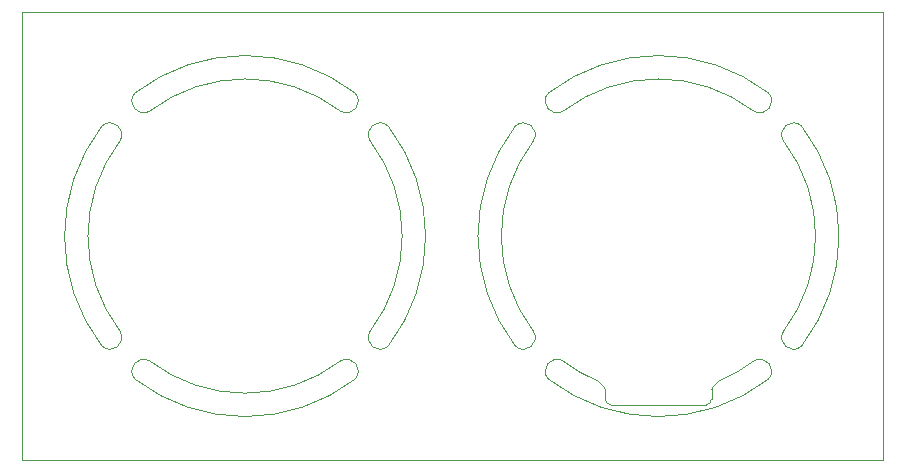
<source format=gbr>
%TF.GenerationSoftware,KiCad,Pcbnew,8.0.2-1*%
%TF.CreationDate,2025-04-10T12:33:35-07:00*%
%TF.ProjectId,Small_Pendant,536d616c-6c5f-4506-956e-64616e742e6b,rev?*%
%TF.SameCoordinates,Original*%
%TF.FileFunction,Profile,NP*%
%FSLAX46Y46*%
G04 Gerber Fmt 4.6, Leading zero omitted, Abs format (unit mm)*
G04 Created by KiCad (PCBNEW 8.0.2-1) date 2025-04-10 12:33:35*
%MOMM*%
%LPD*%
G01*
G04 APERTURE LIST*
%TA.AperFunction,Profile*%
%ADD10C,0.050000*%
%TD*%
G04 APERTURE END LIST*
D10*
X79890723Y-62286659D02*
G75*
G02*
X76950388Y-60595775I5109277J12286659D01*
G01*
X37872003Y-59299571D02*
G75*
G02*
X37872003Y-40700429I12127997J9299571D01*
G01*
X58047779Y-60593362D02*
G75*
G02*
X41952221Y-60593362I-8047779J10593362D01*
G01*
X40700429Y-37872003D02*
G75*
G02*
X59299571Y-37872003I9299571J-12127997D01*
G01*
X95593362Y-41952221D02*
G75*
G02*
X95593362Y-58047779I-10593362J-8047779D01*
G01*
X89921115Y-62491535D02*
G75*
G02*
X89610561Y-62802102I-621115J310535D01*
G01*
X62127997Y-40700429D02*
G75*
G02*
X62127997Y-59299571I-12127997J-9299571D01*
G01*
X89500000Y-63800000D02*
G75*
G02*
X89000000Y-64300000I-500000J0D01*
G01*
X59299571Y-62127997D02*
G75*
G02*
X40700429Y-62127997I-9299571J12127997D01*
G01*
X89921115Y-62491535D02*
G75*
G02*
X90109273Y-62286648I278985J-67365D01*
G01*
X31100000Y-31000000D02*
X104000000Y-31000000D01*
X104000000Y-69000000D01*
X31100000Y-69000000D01*
X31100000Y-31000000D01*
X97127997Y-40700429D02*
G75*
G02*
X97127997Y-59299571I-12127997J-9299571D01*
G01*
X94299571Y-62127997D02*
G75*
G02*
X75700429Y-62127997I-9299571J12127997D01*
G01*
X60593362Y-41952221D02*
G75*
G02*
X60593362Y-58047779I-10593362J-8047779D01*
G01*
X76952221Y-39406638D02*
G75*
G02*
X93047779Y-39406638I8047779J-10593362D01*
G01*
X80389443Y-62802093D02*
G75*
G02*
X80078894Y-62491531I310557J621093D01*
G01*
X89500000Y-62980978D02*
X89500000Y-63800000D01*
X80389443Y-62802093D02*
G75*
G02*
X80500019Y-62980978I-89443J-178907D01*
G01*
X41952221Y-39406638D02*
G75*
G02*
X58047779Y-39406638I8047779J-10593362D01*
G01*
X93049612Y-60595775D02*
G75*
G02*
X90109277Y-62286659I-8049612J10595775D01*
G01*
X81000000Y-64300000D02*
X89000000Y-64300000D01*
X81000000Y-64300000D02*
G75*
G02*
X80500000Y-63800000I0J500000D01*
G01*
X74406638Y-58047779D02*
G75*
G02*
X74406638Y-41952221I10593362J8047779D01*
G01*
X89500000Y-62980978D02*
G75*
G02*
X89610566Y-62802110I200000J-22D01*
G01*
X79890723Y-62286659D02*
G75*
G02*
X80078874Y-62491538I-90823J-272241D01*
G01*
X80500000Y-63800000D02*
X80500000Y-62980978D01*
X39406638Y-58047779D02*
G75*
G02*
X39406638Y-41952221I10593362J8047779D01*
G01*
X72872003Y-59299571D02*
G75*
G02*
X72872003Y-40700429I12127997J9299571D01*
G01*
X75700429Y-37872003D02*
G75*
G02*
X94299571Y-37872003I9299571J-12127997D01*
G01*
%TO.C,mouse-bite-2mm-slot*%
X37872002Y-40700429D02*
G75*
G02*
X39406638Y-41952221I703786J-703783D01*
G01*
X41952221Y-39406637D02*
G75*
G02*
X40700429Y-37872002I-548007J830851D01*
G01*
X39406637Y-58047779D02*
G75*
G02*
X37872002Y-59299571I-830851J-548007D01*
G01*
X40700429Y-62127998D02*
G75*
G02*
X41952221Y-60593362I703783J703786D01*
G01*
X93047779Y-60593363D02*
G75*
G02*
X94299571Y-62127998I548007J-830851D01*
G01*
X97127998Y-59299571D02*
G75*
G02*
X95593362Y-58047779I-703786J703783D01*
G01*
X58047779Y-60593363D02*
G75*
G02*
X59299571Y-62127998I548007J-830851D01*
G01*
X62127998Y-59299571D02*
G75*
G02*
X60593362Y-58047779I-703786J703783D01*
G01*
X72872002Y-40700429D02*
G75*
G02*
X74406638Y-41952221I703786J-703783D01*
G01*
X76952221Y-39406637D02*
G75*
G02*
X75700429Y-37872002I-548007J830851D01*
G01*
X74406637Y-58047779D02*
G75*
G02*
X72872002Y-59299571I-830851J-548007D01*
G01*
X75700429Y-62127998D02*
G75*
G02*
X76952221Y-60593362I703783J703786D01*
G01*
X94299571Y-37872002D02*
G75*
G02*
X93047779Y-39406638I-703783J-703786D01*
G01*
X95593363Y-41952221D02*
G75*
G02*
X97127998Y-40700429I830851J548007D01*
G01*
X59299571Y-37872002D02*
G75*
G02*
X58047779Y-39406638I-703783J-703786D01*
G01*
X60593363Y-41952221D02*
G75*
G02*
X62127998Y-40700429I830851J548007D01*
G01*
%TD*%
M02*

</source>
